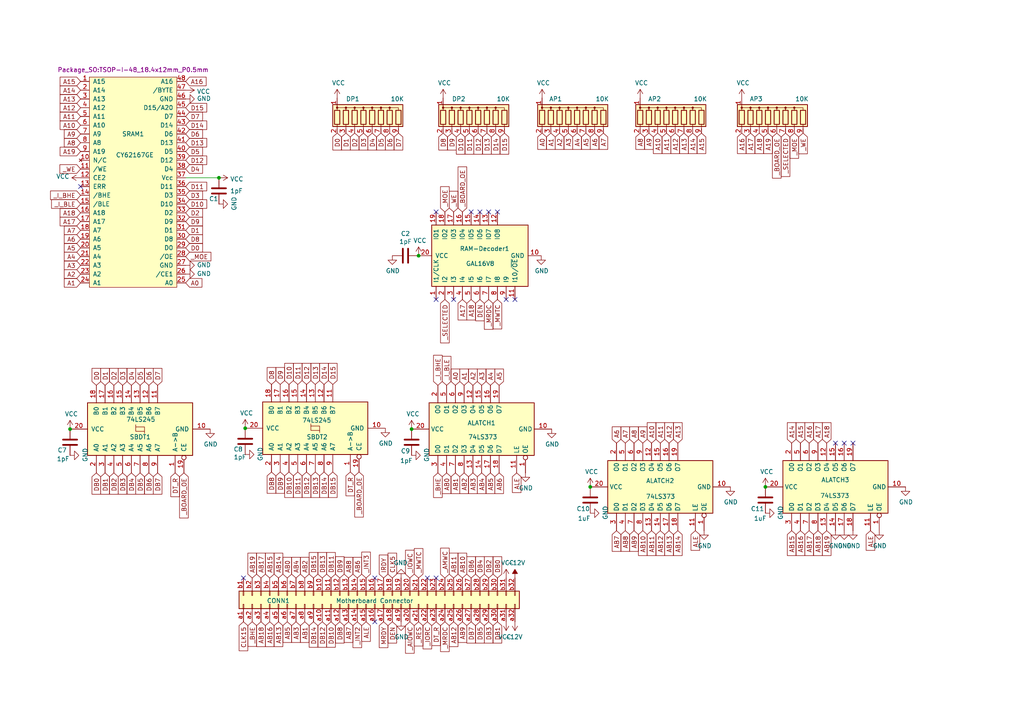
<source format=kicad_sch>
(kicad_sch (version 20231120) (generator "eeschema") (generator_version "8.0")
  (paper "A4")
  (lib_symbols
    (symbol "74xx:74LS245" (pin_names (offset 1.016))
      (property "Reference" "U" (at -7.62 16.51 0))
      (property "Value" "74LS245" (at -7.62 -16.51 0))
      (symbol "74LS245_1_0"
        (pin input line (at -12.7 -10.16 0) (length 5.08) (name "A->B") (number "1"))
        (pin power_in line (at 0 -20.32 90) (length 5.08) (name "GND") (number "10"))
        (pin tri_state line (at 12.7 -5.08 180) (length 5.08) (name "B7") (number "11"))
        (pin tri_state line (at 12.7 -2.54 180) (length 5.08) (name "B6") (number "12"))
        (pin tri_state line (at 12.7 0 180) (length 5.08) (name "B5") (number "13"))
        (pin tri_state line (at 12.7 2.54 180) (length 5.08) (name "B4") (number "14"))
        (pin tri_state line (at 12.7 5.08 180) (length 5.08) (name "B3") (number "15"))
        (pin tri_state line (at 12.7 7.62 180) (length 5.08) (name "B2") (number "16"))
        (pin tri_state line (at 12.7 10.16 180) (length 5.08) (name "B1") (number "17"))
        (pin tri_state line (at 12.7 12.7 180) (length 5.08) (name "B0") (number "18"))
        (pin input inverted (at -12.7 -12.7 0) (length 5.08) (name "CE") (number "19"))
        (pin tri_state line (at -12.7 12.7 0) (length 5.08) (name "A0") (number "2"))
        (pin power_in line (at 0 20.32 270) (length 5.08) (name "VCC") (number "20"))
        (pin tri_state line (at -12.7 10.16 0) (length 5.08) (name "A1") (number "3"))
        (pin tri_state line (at -12.7 7.62 0) (length 5.08) (name "A2") (number "4"))
        (pin tri_state line (at -12.7 5.08 0) (length 5.08) (name "A3") (number "5"))
        (pin tri_state line (at -12.7 2.54 0) (length 5.08) (name "A4") (number "6"))
        (pin tri_state line (at -12.7 0 0) (length 5.08) (name "A5") (number "7"))
        (pin tri_state line (at -12.7 -2.54 0) (length 5.08) (name "A6") (number "8"))
        (pin tri_state line (at -12.7 -5.08 0) (length 5.08) (name "A7") (number "9"))
      )
    )
    (symbol "74xx:74LS373"
      (property "Reference" "U" (at -7.62 16.51 0))
      (property "Value" "74LS373" (at -7.62 -16.51 0))
      (symbol "74LS373_1_0"
        (pin input inverted (at -12.7 -12.7 0) (length 5.08) (name "OE") (number "1"))
        (pin power_in line (at 0 -20.32 90) (length 5.08) (name "GND") (number "10"))
        (pin input line (at -12.7 -10.16 0) (length 5.08) (name "LE") (number "11"))
        (pin tri_state line (at 12.7 2.54 180) (length 5.08) (name "O4") (number "12"))
        (pin input line (at -12.7 2.54 0) (length 5.08) (name "D4") (number "13"))
        (pin input line (at -12.7 0 0) (length 5.08) (name "D5") (number "14"))
        (pin tri_state line (at 12.7 0 180) (length 5.08) (name "O5") (number "15"))
        (pin tri_state line (at 12.7 -2.54 180) (length 5.08) (name "O6") (number "16"))
        (pin input line (at -12.7 -2.54 0) (length 5.08) (name "D6") (number "17"))
        (pin input line (at -12.7 -5.08 0) (length 5.08) (name "D7") (number "18"))
        (pin tri_state line (at 12.7 -5.08 180) (length 5.08) (name "O7") (number "19"))
        (pin tri_state line (at 12.7 12.7 180) (length 5.08) (name "O0") (number "2"))
        (pin power_in line (at 0 20.32 270) (length 5.08) (name "VCC") (number "20"))
        (pin input line (at -12.7 12.7 0) (length 5.08) (name "D0") (number "3"))
        (pin input line (at -12.7 10.16 0) (length 5.08) (name "D1") (number "4"))
        (pin tri_state line (at 12.7 10.16 180) (length 5.08) (name "O1") (number "5"))
        (pin tri_state line (at 12.7 7.62 180) (length 5.08) (name "O2") (number "6"))
        (pin input line (at -12.7 7.62 0) (length 5.08) (name "D2") (number "7"))
        (pin input line (at -12.7 5.08 0) (length 5.08) (name "D3") (number "8"))
        (pin tri_state line (at 12.7 5.08 180) (length 5.08) (name "O3") (number "9"))
      )
    )
    (symbol "Connector_Generic:Conn_02x32_Row_Letter_First" (pin_names (offset 1.016) hide)
      (property "Reference" "J" (at 1.27 40.64 0))
      (property "Value" "Conn_02x32_Row_Letter_First" (at 1.27 -43.18 0))
      (symbol "Conn_02x32_Row_Letter_First_1_1"
        (pin passive line (at -5.08 38.1 0) (length 3.81) (name "Pin_a1") (number "a1"))
        (pin passive line (at -5.08 15.24 0) (length 3.81) (name "Pin_a10") (number "a10"))
        (pin passive line (at -5.08 12.7 0) (length 3.81) (name "Pin_a11") (number "a11"))
        (pin passive line (at -5.08 10.16 0) (length 3.81) (name "Pin_a12") (number "a12"))
        (pin passive line (at -5.08 7.62 0) (length 3.81) (name "Pin_a13") (number "a13"))
        (pin passive line (at -5.08 5.08 0) (length 3.81) (name "Pin_a14") (number "a14"))
        (pin passive line (at -5.08 2.54 0) (length 3.81) (name "Pin_a15") (number "a15"))
        (pin passive line (at -5.08 0 0) (length 3.81) (name "Pin_a16") (number "a16"))
        (pin passive line (at -5.08 -2.54 0) (length 3.81) (name "Pin_a17") (number "a17"))
        (pin passive line (at -5.08 -5.08 0) (length 3.81) (name "Pin_a18") (number "a18"))
        (pin passive line (at -5.08 -7.62 0) (length 3.81) (name "Pin_a19") (number "a19"))
        (pin passive line (at -5.08 35.56 0) (length 3.81) (name "Pin_a2") (number "a2"))
        (pin passive line (at -5.08 -10.16 0) (length 3.81) (name "Pin_a20") (number "a20"))
        (pin passive line (at -5.08 -12.7 0) (length 3.81) (name "Pin_a21") (number "a21"))
        (pin passive line (at -5.08 -15.24 0) (length 3.81) (name "Pin_a22") (number "a22"))
        (pin passive line (at -5.08 -17.78 0) (length 3.81) (name "Pin_a23") (number "a23"))
        (pin passive line (at -5.08 -20.32 0) (length 3.81) (name "Pin_a24") (number "a24"))
        (pin passive line (at -5.08 -22.86 0) (length 3.81) (name "Pin_a25") (number "a25"))
        (pin passive line (at -5.08 -25.4 0) (length 3.81) (name "Pin_a26") (number "a26"))
        (pin passive line (at -5.08 -27.94 0) (length 3.81) (name "Pin_a27") (number "a27"))
        (pin passive line (at -5.08 -30.48 0) (length 3.81) (name "Pin_a28") (number "a28"))
        (pin passive line (at -5.08 -33.02 0) (length 3.81) (name "Pin_a29") (number "a29"))
        (pin passive line (at -5.08 33.02 0) (length 3.81) (name "Pin_a3") (number "a3"))
        (pin passive line (at -5.08 -35.56 0) (length 3.81) (name "Pin_a30") (number "a30"))
        (pin passive line (at -5.08 -38.1 0) (length 3.81) (name "Pin_a31") (number "a31"))
        (pin passive line (at -5.08 -40.64 0) (length 3.81) (name "Pin_a32") (number "a32"))
        (pin passive line (at -5.08 30.48 0) (length 3.81) (name "Pin_a4") (number "a4"))
        (pin passive line (at -5.08 27.94 0) (length 3.81) (name "Pin_a5") (number "a5"))
        (pin passive line (at -5.08 25.4 0) (length 3.81) (name "Pin_a6") (number "a6"))
        (pin passive line (at -5.08 22.86 0) (length 3.81) (name "Pin_a7") (number "a7"))
        (pin passive line (at -5.08 20.32 0) (length 3.81) (name "Pin_a8") (number "a8"))
        (pin passive line (at -5.08 17.78 0) (length 3.81) (name "Pin_a9") (number "a9"))
        (pin passive line (at 7.62 38.1 180) (length 3.81) (name "Pin_b1") (number "b1"))
        (pin passive line (at 7.62 15.24 180) (length 3.81) (name "Pin_b10") (number "b10"))
        (pin passive line (at 7.62 12.7 180) (length 3.81) (name "Pin_b11") (number "b11"))
        (pin passive line (at 7.62 10.16 180) (length 3.81) (name "Pin_b12") (number "b12"))
        (pin passive line (at 7.62 7.62 180) (length 3.81) (name "Pin_b13") (number "b13"))
        (pin passive line (at 7.62 5.08 180) (length 3.81) (name "Pin_b14") (number "b14"))
        (pin passive line (at 7.62 2.54 180) (length 3.81) (name "Pin_b15") (number "b15"))
        (pin passive line (at 7.62 0 180) (length 3.81) (name "Pin_b16") (number "b16"))
        (pin passive line (at 7.62 -2.54 180) (length 3.81) (name "Pin_b17") (number "b17"))
        (pin passive line (at 7.62 -5.08 180) (length 3.81) (name "Pin_b18") (number "b18"))
        (pin passive line (at 7.62 -7.62 180) (length 3.81) (name "Pin_b19") (number "b19"))
        (pin passive line (at 7.62 35.56 180) (length 3.81) (name "Pin_b2") (number "b2"))
        (pin passive line (at 7.62 -10.16 180) (length 3.81) (name "Pin_b20") (number "b20"))
        (pin passive line (at 7.62 -12.7 180) (length 3.81) (name "Pin_b21") (number "b21"))
        (pin passive line (at 7.62 -15.24 180) (length 3.81) (name "Pin_b22") (number "b22"))
        (pin passive line (at 7.62 -17.78 180) (length 3.81) (name "Pin_b23") (number "b23"))
        (pin passive line (at 7.62 -20.32 180) (length 3.81) (name "Pin_b24") (number "b24"))
        (pin passive line (at 7.62 -22.86 180) (length 3.81) (name "Pin_b25") (number "b25"))
        (pin passive line (at 7.62 -25.4 180) (length 3.81) (name "Pin_b26") (number "b26"))
        (pin passive line (at 7.62 -27.94 180) (length 3.81) (name "Pin_b27") (number "b27"))
        (pin passive line (at 7.62 -30.48 180) (length 3.81) (name "Pin_b28") (number "b28"))
        (pin passive line (at 7.62 -33.02 180) (length 3.81) (name "Pin_b29") (number "b29"))
        (pin passive line (at 7.62 33.02 180) (length 3.81) (name "Pin_b3") (number "b3"))
        (pin passive line (at 7.62 -35.56 180) (length 3.81) (name "Pin_b30") (number "b30"))
        (pin passive line (at 7.62 -38.1 180) (length 3.81) (name "Pin_b31") (number "b31"))
        (pin passive line (at 7.62 -40.64 180) (length 3.81) (name "Pin_b32") (number "b32"))
        (pin passive line (at 7.62 30.48 180) (length 3.81) (name "Pin_b4") (number "b4"))
        (pin passive line (at 7.62 27.94 180) (length 3.81) (name "Pin_b5") (number "b5"))
        (pin passive line (at 7.62 25.4 180) (length 3.81) (name "Pin_b6") (number "b6"))
        (pin passive line (at 7.62 22.86 180) (length 3.81) (name "Pin_b7") (number "b7"))
        (pin passive line (at 7.62 20.32 180) (length 3.81) (name "Pin_b8") (number "b8"))
        (pin passive line (at 7.62 17.78 180) (length 3.81) (name "Pin_b9") (number "b9"))
      )
    )
    (symbol "Device:C" (pin_numbers hide) (pin_names (offset 0.254))
      (property "Reference" "C" (at 0.635 2.54 0))
      (property "Value" "C" (at 0.635 -2.54 0))
      (symbol "C_1_1"
        (pin passive line (at 0 3.81 270) (length 2.794) (name "~") (number "1"))
        (pin passive line (at 0 -3.81 90) (length 2.794) (name "~") (number "2"))
      )
    )
    (symbol "Device:R_Network08" (pin_names (offset 0) hide)
      (property "Reference" "RN" (at -12.7 0 90))
      (property "Value" "R_Network08" (at 10.16 0 90))
      (symbol "R_Network08_1_1"
        (pin passive line (at -10.16 5.08 270) (length 2.54) (name "common") (number "1"))
        (pin passive line (at -10.16 -5.08 90) (length 1.27) (name "R1") (number "2"))
        (pin passive line (at -7.62 -5.08 90) (length 1.27) (name "R2") (number "3"))
        (pin passive line (at -5.08 -5.08 90) (length 1.27) (name "R3") (number "4"))
        (pin passive line (at -2.54 -5.08 90) (length 1.27) (name "R4") (number "5"))
        (pin passive line (at 0 -5.08 90) (length 1.27) (name "R5") (number "6"))
        (pin passive line (at 2.54 -5.08 90) (length 1.27) (name "R6") (number "7"))
        (pin passive line (at 5.08 -5.08 90) (length 1.27) (name "R7") (number "8"))
        (pin passive line (at 7.62 -5.08 90) (length 1.27) (name "R8") (number "9"))
      )
    )
    (symbol "Logic_Programmable:GAL16V8" (pin_names (offset 1.016))
      (property "Reference" "U" (at -8.89 16.51 0))
      (property "Value" "GAL16V8" (at 1.27 16.51 0))
      (symbol "GAL16V8_0_0"
        (pin power_in line (at 0 -17.78 90) (length 3.81) (name "GND") (number "10"))
        (pin power_in line (at 0 17.78 270) (length 3.81) (name "VCC") (number "20"))
      )
      (symbol "GAL16V8_1_1"
        (pin input line (at -12.7 12.7 0) (length 3.81) (name "I1/CLK") (number "1"))
        (pin input line (at -12.7 -10.16 0) (length 3.81) (name "I10/~{OE}") (number "11"))
        (pin tri_state line (at 12.7 -5.08 180) (length 3.81) (name "IO8") (number "12"))
        (pin tri_state line (at 12.7 -2.54 180) (length 3.81) (name "IO7") (number "13"))
        (pin tri_state line (at 12.7 0 180) (length 3.81) (name "IO6") (number "14"))
        (pin tri_state line (at 12.7 2.54 180) (length 3.81) (name "IO5") (number "15"))
        (pin tri_state line (at 12.7 5.08 180) (length 3.81) (name "IO4") (number "16"))
        (pin tri_state line (at 12.7 7.62 180) (length 3.81) (name "I03") (number "17"))
        (pin tri_state line (at 12.7 10.16 180) (length 3.81) (name "IO2") (number "18"))
        (pin tri_state line (at 12.7 12.7 180) (length 3.81) (name "IO1") (number "19"))
        (pin input line (at -12.7 10.16 0) (length 3.81) (name "I2") (number "2"))
        (pin input line (at -12.7 7.62 0) (length 3.81) (name "I3") (number "3"))
        (pin input line (at -12.7 5.08 0) (length 3.81) (name "I4") (number "4"))
        (pin input line (at -12.7 2.54 0) (length 3.81) (name "I5") (number "5"))
        (pin input line (at -12.7 0 0) (length 3.81) (name "I6") (number "6"))
        (pin input line (at -12.7 -2.54 0) (length 3.81) (name "I7") (number "7"))
        (pin input line (at -12.7 -5.08 0) (length 3.81) (name "I8") (number "8"))
        (pin input line (at -12.7 -7.62 0) (length 3.81) (name "I9") (number "9"))
      )
    )
    (symbol "SRAM:CY62167GE" (pin_names (offset 1.016))
      (property "Reference" "U" (at 11.43 20.32 0))
      (property "Value" "CY62167GE" (at -2.54 -13.97 90))
      (property "Footprint" "Package_SO:TSOP-I-48_18.4x12mm_P0.5mm" (at 2.54 -12.7 90))
      (symbol "CY62167GE_0_0"
        (pin input line (at -15.24 15.24 0) (length 2.54) (name "A15") (number "1"))
        (pin no_connect line (at -15.24 -7.62 0) (length 2.54) (name "N/C") (number "10"))
        (pin input line (at -15.24 -10.16 0) (length 2.54) (name "/WE") (number "11"))
        (pin input line (at -15.24 -12.7 0) (length 2.54) (name "CE2") (number "12"))
        (pin output line (at -15.24 -15.24 0) (length 2.54) (name "ERR") (number "13"))
        (pin input line (at -15.24 -17.78 0) (length 2.54) (name "/BHE") (number "14"))
        (pin input line (at -15.24 -20.32 0) (length 2.54) (name "/BLE") (number "15"))
        (pin input line (at -15.24 -22.86 0) (length 2.54) (name "A18") (number "16"))
        (pin input line (at -15.24 -25.4 0) (length 2.54) (name "A17") (number "17"))
        (pin input line (at -15.24 -27.94 0) (length 2.54) (name "A7") (number "18"))
        (pin input line (at -15.24 -30.48 0) (length 2.54) (name "A6") (number "19"))
        (pin input line (at -15.24 12.7 0) (length 2.54) (name "A14") (number "2"))
        (pin input line (at -15.24 -33.02 0) (length 2.54) (name "A5") (number "20"))
        (pin input line (at -15.24 -35.56 0) (length 2.54) (name "A4") (number "21"))
        (pin input line (at -15.24 -38.1 0) (length 2.54) (name "A3") (number "22"))
        (pin input line (at -15.24 -40.64 0) (length 2.54) (name "A2") (number "23"))
        (pin input line (at -15.24 -43.18 0) (length 2.54) (name "A1") (number "24"))
        (pin input line (at 15.24 -43.18 180) (length 2.54) (name "A0") (number "25"))
        (pin input line (at 15.24 -40.64 180) (length 2.54) (name "/CE1") (number "26"))
        (pin passive line (at 15.24 -38.1 180) (length 2.54) (name "GND") (number "27"))
        (pin input line (at 15.24 -35.56 180) (length 2.54) (name "/OE") (number "28"))
        (pin bidirectional line (at 15.24 -33.02 180) (length 2.54) (name "D0") (number "29"))
        (pin input line (at -15.24 10.16 0) (length 2.54) (name "A13") (number "3"))
        (pin bidirectional line (at 15.24 -30.48 180) (length 2.54) (name "D8") (number "30"))
        (pin bidirectional line (at 15.24 -27.94 180) (length 2.54) (name "D1") (number "31"))
        (pin bidirectional line (at 15.24 -25.4 180) (length 2.54) (name "D9") (number "32"))
        (pin bidirectional line (at 15.24 -22.86 180) (length 2.54) (name "D2") (number "33"))
        (pin bidirectional line (at 15.24 -20.32 180) (length 2.54) (name "D10") (number "34"))
        (pin bidirectional line (at 15.24 -17.78 180) (length 2.54) (name "D3") (number "35"))
        (pin bidirectional line (at 15.24 -15.24 180) (length 2.54) (name "D11") (number "36"))
        (pin power_in line (at 15.24 -12.7 180) (length 2.54) (name "Vcc") (number "37"))
        (pin bidirectional line (at 15.24 -10.16 180) (length 2.54) (name "D4") (number "38"))
        (pin bidirectional line (at 15.24 -7.62 180) (length 2.54) (name "D12") (number "39"))
        (pin input line (at -15.24 7.62 0) (length 2.54) (name "A12") (number "4"))
        (pin bidirectional line (at 15.24 -5.08 180) (length 2.54) (name "D5") (number "40"))
        (pin bidirectional line (at 15.24 -2.54 180) (length 2.54) (name "D13") (number "41"))
        (pin bidirectional line (at 15.24 0 180) (length 2.54) (name "D6") (number "42"))
        (pin bidirectional line (at 15.24 2.54 180) (length 2.54) (name "D14") (number "43"))
        (pin bidirectional line (at 15.24 5.08 180) (length 2.54) (name "D7") (number "44"))
        (pin bidirectional line (at 15.24 7.62 180) (length 2.54) (name "D15/A20") (number "45"))
        (pin passive line (at 15.24 10.16 180) (length 2.54) (name "GND") (number "46"))
        (pin input line (at 15.24 12.7 180) (length 2.54) (name "/BYTE") (number "47"))
        (pin input line (at 15.24 15.24 180) (length 2.54) (name "A16") (number "48"))
        (pin input line (at -15.24 5.08 0) (length 2.54) (name "A11") (number "5"))
        (pin input line (at -15.24 2.54 0) (length 2.54) (name "A10") (number "6"))
        (pin input line (at -15.24 0 0) (length 2.54) (name "A9") (number "7"))
        (pin input line (at -15.24 -2.54 0) (length 2.54) (name "A8") (number "8"))
        (pin input line (at -15.24 -5.08 0) (length 2.54) (name "A19") (number "9"))
      )
    )
    (symbol "power:+12V" (power) (pin_names (offset 0))
      (property "Value" "+12V" (at 0 3.556 0))
      (symbol "+12V_1_1"
        (pin power_in line (at 0 0 90) (length 0) hide (name "+12V") (number "1"))
      )
    )
    (symbol "power:-12V" (power) (pin_names (offset 0))
      (property "Value" "-12V" (at 0 3.81 0))
      (symbol "-12V_0_0"
        (pin power_in line (at 0 0 90) (length 0) hide (name "-12V") (number "1"))
      )
    )
    (symbol "power:GND" (power) (pin_names (offset 0))
      (property "Value" "GND" (at 0 -3.81 0))
      (symbol "GND_1_1"
        (pin power_in line (at 0 0 270) (length 0) hide (name "GND") (number "1"))
      )
    )
    (symbol "power:VCC" (power) (pin_names (offset 0))
      (property "Value" "VCC" (at 0 3.81 0))
      (symbol "VCC_1_1"
        (pin power_in line (at 0 0 90) (length 0) hide (name "VCC") (number "1"))
      )
    )
  )
  (junction (at 121.412 74.168))
  (junction (at 119.38 124.46))
  (junction (at 63.5 51.562))
  (junction (at 221.996 141.224))
  (junction (at 171.196 141.224))
  (junction (at 20.32 124.46))
  (junction (at 71.12 124.206))
  (no_connect (at 247.396 128.524))
  (no_connect (at 242.316 128.524))
  (no_connect (at 126.492 61.468))
  (no_connect (at 139.192 61.468))
  (no_connect (at 146.812 86.868))
  (no_connect (at 126.492 86.868))
  (no_connect (at 126.492 167.64))
  (no_connect (at 144.272 61.468))
  (no_connect (at 23.368 54.102))
  (no_connect (at 108.712 167.64))
  (no_connect (at 136.652 61.468))
  (no_connect (at 108.712 180.34))
  (no_connect (at 131.572 86.868))
  (no_connect (at 123.952 167.64))
  (no_connect (at 70.612 167.64))
  (no_connect (at 244.856 128.524))
  (no_connect (at 141.732 61.468))
  (no_connect (at 149.352 86.868))
  (wire (pts (xy 63.5 51.562) (xy 53.848 51.562)))
  (global_label "A9" (shape input) (at 186.436 128.524 90) (property "Intersheetrefs" "${INTERSHEET_REFS}" (effects (hide yes))))
  (global_label "_BOARD_OE" (shape input) (at 53.34 137.16 270) (property "Intersheetrefs" "${INTERSHEET_REFS}" (effects (hide yes))))
  (global_label "DB9" (shape input) (at 81.28 136.906 270) (property "Intersheetrefs" "${INTERSHEET_REFS}" (effects (hide yes))))
  (global_label "AB19" (shape input) (at 73.152 167.64 90) (property "Intersheetrefs" "${INTERSHEET_REFS}" (effects (hide yes))))
  (global_label "_SELECTED" (shape input) (at 227.838 38.608 270) (property "Intersheetrefs" "${INTERSHEET_REFS}" (effects (hide yes))))
  (global_label "D12" (shape input) (at 138.684 38.608 270) (property "Intersheetrefs" "${INTERSHEET_REFS}" (effects (hide yes))))
  (global_label "AB14" (shape input) (at 196.596 153.924 270) (property "Intersheetrefs" "${INTERSHEET_REFS}" (effects (hide yes))))
  (global_label "D15" (shape input) (at 96.52 111.506 90) (property "Intersheetrefs" "${INTERSHEET_REFS}" (effects (hide yes))))
  (global_label "AB2" (shape input) (at 88.392 167.64 90) (property "Intersheetrefs" "${INTERSHEET_REFS}" (effects (hide yes))))
  (global_label "_MOE" (shape input) (at 230.378 38.608 270) (property "Intersheetrefs" "${INTERSHEET_REFS}" (effects (hide yes))))
  (global_label "D10" (shape input) (at 53.848 59.182 0) (property "Intersheetrefs" "${INTERSHEET_REFS}" (effects (hide yes))))
  (global_label "DB1" (shape input) (at 144.272 180.34 270) (property "Intersheetrefs" "${INTERSHEET_REFS}" (effects (hide yes))))
  (global_label "A3" (shape input) (at 139.7 111.76 90) (property "Intersheetrefs" "${INTERSHEET_REFS}" (effects (hide yes))))
  (global_label "A8" (shape input) (at 183.896 128.524 90) (property "Intersheetrefs" "${INTERSHEET_REFS}" (effects (hide yes))))
  (global_label "A18" (shape input) (at 239.776 128.524 90) (property "Intersheetrefs" "${INTERSHEET_REFS}" (effects (hide yes))))
  (global_label "A3" (shape input) (at 164.846 38.608 270) (property "Intersheetrefs" "${INTERSHEET_REFS}" (effects (hide yes))))
  (global_label "A12" (shape input) (at 195.834 38.608 270) (property "Intersheetrefs" "${INTERSHEET_REFS}" (effects (hide yes))))
  (global_label "A5" (shape input) (at 169.926 38.608 270) (property "Intersheetrefs" "${INTERSHEET_REFS}" (effects (hide yes))))
  (global_label "AB10" (shape input) (at 186.436 153.924 270) (property "Intersheetrefs" "${INTERSHEET_REFS}" (effects (hide yes))))
  (global_label "AB11" (shape input) (at 131.572 167.64 90) (property "Intersheetrefs" "${INTERSHEET_REFS}" (effects (hide yes))))
  (global_label "D5" (shape input) (at 40.64 111.76 90) (property "Intersheetrefs" "${INTERSHEET_REFS}" (effects (hide yes))))
  (global_label "DB8" (shape input) (at 98.552 180.34 270) (property "Intersheetrefs" "${INTERSHEET_REFS}" (effects (hide yes))))
  (global_label "D9" (shape input) (at 81.28 111.506 90) (property "Intersheetrefs" "${INTERSHEET_REFS}" (effects (hide yes))))
  (global_label "_RES" (shape input) (at 121.412 180.34 270) (property "Intersheetrefs" "${INTERSHEET_REFS}" (effects (hide yes))))
  (global_label "D9" (shape input) (at 131.064 38.608 270) (property "Intersheetrefs" "${INTERSHEET_REFS}" (effects (hide yes))))
  (global_label "DB12" (shape input) (at 93.472 180.34 270) (property "Intersheetrefs" "${INTERSHEET_REFS}" (effects (hide yes))))
  (global_label "A18" (shape input) (at 220.218 38.608 270) (property "Intersheetrefs" "${INTERSHEET_REFS}" (effects (hide yes))))
  (global_label "AB0" (shape input) (at 129.54 137.16 270) (property "Intersheetrefs" "${INTERSHEET_REFS}" (effects (hide yes))))
  (global_label "A18" (shape input) (at 136.652 86.868 270) (property "Intersheetrefs" "${INTERSHEET_REFS}" (effects (hide yes))))
  (global_label "A8" (shape input) (at 23.368 41.402 180) (property "Intersheetrefs" "${INTERSHEET_REFS}" (effects (hide yes))))
  (global_label "A15" (shape input) (at 23.368 23.622 180) (property "Intersheetrefs" "${INTERSHEET_REFS}" (effects (hide yes))))
  (global_label "D8" (shape input) (at 78.74 111.506 90) (property "Intersheetrefs" "${INTERSHEET_REFS}" (effects (hide yes))))
  (global_label "AB3" (shape input) (at 137.16 137.16 270) (property "Intersheetrefs" "${INTERSHEET_REFS}" (effects (hide yes))))
  (global_label "D7" (shape input) (at 53.848 33.782 0) (property "Intersheetrefs" "${INTERSHEET_REFS}" (effects (hide yes))))
  (global_label "A14" (shape input) (at 23.368 26.162 180) (property "Intersheetrefs" "${INTERSHEET_REFS}" (effects (hide yes))))
  (global_label "AB4" (shape input) (at 85.852 167.64 90) (property "Intersheetrefs" "${INTERSHEET_REFS}" (effects (hide yes))))
  (global_label "_WE" (shape input) (at 23.368 49.022 180) (property "Intersheetrefs" "${INTERSHEET_REFS}" (effects (hide yes))))
  (global_label "A6" (shape input) (at 23.368 69.342 180) (property "Intersheetrefs" "${INTERSHEET_REFS}" (effects (hide yes))))
  (global_label "DB4" (shape input) (at 139.192 167.64 90) (property "Intersheetrefs" "${INTERSHEET_REFS}" (effects (hide yes))))
  (global_label "AB16" (shape input) (at 232.156 153.924 270) (property "Intersheetrefs" "${INTERSHEET_REFS}" (effects (hide yes))))
  (global_label "DB2" (shape input) (at 141.732 167.64 90) (property "Intersheetrefs" "${INTERSHEET_REFS}" (effects (hide yes))))
  (global_label "_WE" (shape input) (at 131.572 61.468 90) (property "Intersheetrefs" "${INTERSHEET_REFS}" (effects (hide yes))))
  (global_label "DB6" (shape input) (at 136.652 167.64 90) (property "Intersheetrefs" "${INTERSHEET_REFS}" (effects (hide yes))))
  (global_label "D15" (shape input) (at 146.304 38.608 270) (property "Intersheetrefs" "${INTERSHEET_REFS}" (effects (hide yes))))
  (global_label "DT_R" (shape input) (at 101.6 136.906 270) (property "Intersheetrefs" "${INTERSHEET_REFS}" (effects (hide yes))))
  (global_label "D6" (shape input) (at 53.848 38.862 0) (property "Intersheetrefs" "${INTERSHEET_REFS}" (effects (hide yes))))
  (global_label "AB11" (shape input) (at 188.976 153.924 270) (property "Intersheetrefs" "${INTERSHEET_REFS}" (effects (hide yes))))
  (global_label "D8" (shape input) (at 128.524 38.608 270) (property "Intersheetrefs" "${INTERSHEET_REFS}" (effects (hide yes))))
  (global_label "DB12" (shape input) (at 88.9 136.906 270) (property "Intersheetrefs" "${INTERSHEET_REFS}" (effects (hide yes))))
  (global_label "A12" (shape input) (at 194.056 128.524 90) (property "Intersheetrefs" "${INTERSHEET_REFS}" (effects (hide yes))))
  (global_label "A16" (shape input) (at 234.696 128.524 90) (property "Intersheetrefs" "${INTERSHEET_REFS}" (effects (hide yes))))
  (global_label "D4" (shape input) (at 53.848 49.022 0) (property "Intersheetrefs" "${INTERSHEET_REFS}" (effects (hide yes))))
  (global_label "D7" (shape input) (at 45.72 111.76 90) (property "Intersheetrefs" "${INTERSHEET_REFS}" (effects (hide yes))))
  (global_label "AB14" (shape input) (at 80.772 167.64 90) (property "Intersheetrefs" "${INTERSHEET_REFS}" (effects (hide yes))))
  (global_label "A1" (shape input) (at 159.766 38.608 270) (property "Intersheetrefs" "${INTERSHEET_REFS}" (effects (hide yes))))
  (global_label "AB6" (shape input) (at 103.632 167.64 90) (property "Intersheetrefs" "${INTERSHEET_REFS}" (effects (hide yes))))
  (global_label "D13" (shape input) (at 141.224 38.608 270) (property "Intersheetrefs" "${INTERSHEET_REFS}" (effects (hide yes))))
  (global_label "IRDY" (shape input) (at 111.252 167.64 90) (property "Intersheetrefs" "${INTERSHEET_REFS}" (effects (hide yes))))
  (global_label "D5" (shape input) (at 110.49 38.608 270) (property "Intersheetrefs" "${INTERSHEET_REFS}" (effects (hide yes))))
  (global_label "A15" (shape input) (at 203.454 38.608 270) (property "Intersheetrefs" "${INTERSHEET_REFS}" (effects (hide yes))))
  (global_label "A17" (shape input) (at 237.236 128.524 90) (property "Intersheetrefs" "${INTERSHEET_REFS}" (effects (hide yes))))
  (global_label "AB5" (shape input) (at 142.24 137.16 270) (property "Intersheetrefs" "${INTERSHEET_REFS}" (effects (hide yes))))
  (global_label "_BHE" (shape input) (at 127 137.16 270) (property "Intersheetrefs" "${INTERSHEET_REFS}" (effects (hide yes))))
  (global_label "AB0" (shape input) (at 83.312 167.64 90) (property "Intersheetrefs" "${INTERSHEET_REFS}" (effects (hide yes))))
  (global_label "A11" (shape input) (at 193.294 38.608 270) (property "Intersheetrefs" "${INTERSHEET_REFS}" (effects (hide yes))))
  (global_label "CLK5" (shape input) (at 113.792 167.64 90) (property "Intersheetrefs" "${INTERSHEET_REFS}" (effects (hide yes))))
  (global_label "A7" (shape input) (at 23.368 66.802 180) (property "Intersheetrefs" "${INTERSHEET_REFS}" (effects (hide yes))))
  (global_label "D3" (shape input) (at 35.56 111.76 90) (property "Intersheetrefs" "${INTERSHEET_REFS}" (effects (hide yes))))
  (global_label "D6" (shape input) (at 113.03 38.608 270) (property "Intersheetrefs" "${INTERSHEET_REFS}" (effects (hide yes))))
  (global_label "A17" (shape input) (at 217.678 38.608 270) (property "Intersheetrefs" "${INTERSHEET_REFS}" (effects (hide yes))))
  (global_label "A5" (shape input) (at 23.368 71.882 180) (property "Intersheetrefs" "${INTERSHEET_REFS}" (effects (hide yes))))
  (global_label "D7" (shape input) (at 115.57 38.608 270) (property "Intersheetrefs" "${INTERSHEET_REFS}" (effects (hide yes))))
  (global_label "_INT2" (shape input) (at 103.632 180.34 270) (property "Intersheetrefs" "${INTERSHEET_REFS}" (effects (hide yes))))
  (global_label "AB16" (shape input) (at 78.232 180.34 270) (property "Intersheetrefs" "${INTERSHEET_REFS}" (effects (hide yes))))
  (global_label "_MOE" (shape input) (at 53.848 74.422 0) (property "Intersheetrefs" "${INTERSHEET_REFS}" (effects (hide yes))))
  (global_label "_MRDC" (shape input) (at 141.732 86.868 270) (property "Intersheetrefs" "${INTERSHEET_REFS}" (effects (hide yes))))
  (global_label "DB14" (shape input) (at 90.932 180.34 270) (property "Intersheetrefs" "${INTERSHEET_REFS}" (effects (hide yes))))
  (global_label "ALE" (shape input) (at 201.676 153.924 270) (property "Intersheetrefs" "${INTERSHEET_REFS}" (effects (hide yes))))
  (global_label "A12" (shape input) (at 23.368 31.242 180) (property "Intersheetrefs" "${INTERSHEET_REFS}" (effects (hide yes))))
  (global_label "D0" (shape input) (at 97.79 38.608 270) (property "Intersheetrefs" "${INTERSHEET_REFS}" (effects (hide yes))))
  (global_label "_MWTC" (shape input) (at 121.412 167.64 90) (property "Intersheetrefs" "${INTERSHEET_REFS}" (effects (hide yes))))
  (global_label "DB2" (shape input) (at 33.02 137.16 270) (property "Intersheetrefs" "${INTERSHEET_REFS}" (effects (hide yes))))
  (global_label "DB13" (shape input) (at 91.44 136.906 270) (property "Intersheetrefs" "${INTERSHEET_REFS}" (effects (hide yes))))
  (global_label "D13" (shape input) (at 53.848 41.402 0) (property "Intersheetrefs" "${INTERSHEET_REFS}" (effects (hide yes))))
  (global_label "D3" (shape input) (at 105.41 38.608 270) (property "Intersheetrefs" "${INTERSHEET_REFS}" (effects (hide yes))))
  (global_label "D15" (shape input) (at 53.848 31.242 0) (property "Intersheetrefs" "${INTERSHEET_REFS}" (effects (hide yes))))
  (global_label "A17" (shape input) (at 23.368 64.262 180) (property "Intersheetrefs" "${INTERSHEET_REFS}" (effects (hide yes))))
  (global_label "DB7" (shape input) (at 45.72 137.16 270) (property "Intersheetrefs" "${INTERSHEET_REFS}" (effects (hide yes))))
  (global_label "A6" (shape input) (at 178.816 128.524 90) (property "Intersheetrefs" "${INTERSHEET_REFS}" (effects (hide yes))))
  (global_label "AB4" (shape input) (at 139.7 137.16 270) (property "Intersheetrefs" "${INTERSHEET_REFS}" (effects (hide yes))))
  (global_label "A14" (shape input) (at 200.914 38.608 270) (property "Intersheetrefs" "${INTERSHEET_REFS}" (effects (hide yes))))
  (global_label "AB8" (shape input) (at 101.092 167.64 90) (property "Intersheetrefs" "${INTERSHEET_REFS}" (effects (hide yes))))
  (global_label "A11" (shape input) (at 191.516 128.524 90) (property "Intersheetrefs" "${INTERSHEET_REFS}" (effects (hide yes))))
  (global_label "AB1" (shape input) (at 88.392 180.34 270) (property "Intersheetrefs" "${INTERSHEET_REFS}" (effects (hide yes))))
  (global_label "DB3" (shape input) (at 141.732 180.34 270) (property "Intersheetrefs" "${INTERSHEET_REFS}" (effects (hide yes))))
  (global_label "DEN" (shape input) (at 113.792 180.34 270) (property "Intersheetrefs" "${INTERSHEET_REFS}" (effects (hide yes))))
  (global_label "D14" (shape input) (at 143.764 38.608 270) (property "Intersheetrefs" "${INTERSHEET_REFS}" (effects (hide yes))))
  (global_label "A16" (shape input) (at 53.848 23.622 0) (property "Intersheetrefs" "${INTERSHEET_REFS}" (effects (hide yes))))
  (global_label "A10" (shape input) (at 188.976 128.524 90) (property "Intersheetrefs" "${INTERSHEET_REFS}" (effects (hide yes))))
  (global_label "A15" (shape input) (at 232.156 128.524 90) (property "Intersheetrefs" "${INTERSHEET_REFS}" (effects (hide yes))))
  (global_label "D10" (shape input) (at 133.604 38.608 270) (property "Intersheetrefs" "${INTERSHEET_REFS}" (effects (hide yes))))
  (global_label "D10" (shape input) (at 83.82 111.506 90) (property "Intersheetrefs" "${INTERSHEET_REFS}" (effects (hide yes))))
  (global_label "D12" (shape input) (at 53.848 46.482 0) (property "Intersheetrefs" "${INTERSHEET_REFS}" (effects (hide yes))))
  (global_label "DB4" (shape input) (at 38.1 137.16 270) (property "Intersheetrefs" "${INTERSHEET_REFS}" (effects (hide yes))))
  (global_label "A9" (shape input) (at 23.368 38.862 180) (property "Intersheetrefs" "${INTERSHEET_REFS}" (effects (hide yes))))
  (global_label "AB5" (shape input) (at 83.312 180.34 270) (property "Intersheetrefs" "${INTERSHEET_REFS}" (effects (hide yes))))
  (global_label "DB11" (shape input) (at 96.012 167.64 90) (property "Intersheetrefs" "${INTERSHEET_REFS}" (effects (hide yes))))
  (global_label "D0" (shape input) (at 27.94 111.76 90) (property "Intersheetrefs" "${INTERSHEET_REFS}" (effects (hide yes))))
  (global_label "A19" (shape input) (at 23.368 43.942 180) (property "Intersheetrefs" "${INTERSHEET_REFS}" (effects (hide yes))))
  (global_label "_BHE" (shape input) (at 73.152 180.34 270) (property "Intersheetrefs" "${INTERSHEET_REFS}" (effects (hide yes))))
  (global_label "D11" (shape input) (at 53.848 54.102 0) (property "Intersheetrefs" "${INTERSHEET_REFS}" (effects (hide yes))))
  (global_label "A13" (shape input) (at 198.374 38.608 270) (property "Intersheetrefs" "${INTERSHEET_REFS}" (effects (hide yes))))
  (global_label "AB12" (shape input) (at 191.516 153.924 270) (property "Intersheetrefs" "${INTERSHEET_REFS}" (effects (hide yes))))
  (global_label "D1" (shape input) (at 30.48 111.76 90) (property "Intersheetrefs" "${INTERSHEET_REFS}" (effects (hide yes))))
  (global_label "ALE" (shape input) (at 106.172 180.34 270) (property "Intersheetrefs" "${INTERSHEET_REFS}" (effects (hide yes))))
  (global_label "A19" (shape input) (at 222.758 38.608 270) (property "Intersheetrefs" "${INTERSHEET_REFS}" (effects (hide yes))))
  (global_label "ALE" (shape input) (at 252.476 153.924 270) (property "Intersheetrefs" "${INTERSHEET_REFS}" (effects (hide yes))))
  (global_label "AB9" (shape input) (at 183.896 153.924 270) (property "Intersheetrefs" "${INTERSHEET_REFS}" (effects (hide yes))))
  (global_label "A11" (shape input) (at 23.368 33.782 180) (property "Intersheetrefs" "${INTERSHEET_REFS}" (effects (hide yes))))
  (global_label "_I_BLE" (shape input) (at 129.54 111.76 90) (property "Intersheetrefs" "${INTERSHEET_REFS}" (effects (hide yes))))
  (global_label "_IORC" (shape input) (at 123.952 180.34 270) (property "Intersheetrefs" "${INTERSHEET_REFS}" (effects (hide yes))))
  (global_label "_INT3" (shape input) (at 106.172 167.64 90) (property "Intersheetrefs" "${INTERSHEET_REFS}" (effects (hide yes))))
  (global_label "AB15" (shape input) (at 229.616 153.924 270) (property "Intersheetrefs" "${INTERSHEET_REFS}" (effects (hide yes))))
  (global_label "D11" (shape input) (at 136.144 38.608 270) (property "Intersheetrefs" "${INTERSHEET_REFS}" (effects (hide yes))))
  (global_label "DB10" (shape input) (at 96.012 180.34 270) (property "Intersheetrefs" "${INTERSHEET_REFS}" (effects (hide yes))))
  (global_label "A8" (shape input) (at 185.674 38.608 270) (property "Intersheetrefs" "${INTERSHEET_REFS}" (effects (hide yes))))
  (global_label "D1" (shape input) (at 53.848 66.802 0) (property "Intersheetrefs" "${INTERSHEET_REFS}" (effects (hide yes))))
  (global_label "A10" (shape input) (at 23.368 36.322 180) (property "Intersheetrefs" "${INTERSHEET_REFS}" (effects (hide yes))))
  (global_label "AB19" (shape input) (at 239.776 153.924 270) (property "Intersheetrefs" "${INTERSHEET_REFS}" (effects (hide yes))))
  (global_label "_BOARD_OE" (shape input) (at 134.112 61.468 90) (property "Intersheetrefs" "${INTERSHEET_REFS}" (effects (hide yes))))
  (global_label "A2" (shape input) (at 137.16 111.76 90) (property "Intersheetrefs" "${INTERSHEET_REFS}" (effects (hide yes))))
  (global_label "A5" (shape input) (at 144.78 111.76 90) (property "Intersheetrefs" "${INTERSHEET_REFS}" (effects (hide yes))))
  (global_label "D13" (shape input) (at 91.44 111.506 90) (property "Intersheetrefs" "${INTERSHEET_REFS}" (effects (hide yes))))
  (global_label "A7" (shape input) (at 181.356 128.524 90) (property "Intersheetrefs" "${INTERSHEET_REFS}" (effects (hide yes))))
  (global_label "DB6" (shape input) (at 43.18 137.16 270) (property "Intersheetrefs" "${INTERSHEET_REFS}" (effects (hide yes))))
  (global_label "AB17" (shape input) (at 75.692 167.64 90) (property "Intersheetrefs" "${INTERSHEET_REFS}" (effects (hide yes))))
  (global_label "DT_R" (shape input) (at 50.8 137.16 270) (property "Intersheetrefs" "${INTERSHEET_REFS}" (effects (hide yes))))
  (global_label "A4" (shape input) (at 167.386 38.608 270) (property "Intersheetrefs" "${INTERSHEET_REFS}" (effects (hide yes))))
  (global_label "AB12" (shape input) (at 131.572 180.34 270) (property "Intersheetrefs" "${INTERSHEET_REFS}" (effects (hide yes))))
  (global_label "AB3" (shape input) (at 85.852 180.34 270) (property "Intersheetrefs" "${INTERSHEET_REFS}" (effects (hide yes))))
  (global_label "AB7" (shape input) (at 178.816 153.924 270) (property "Intersheetrefs" "${INTERSHEET_REFS}" (effects (hide yes))))
  (global_label "D0" (shape input) (at 53.848 71.882 0) (property "Intersheetrefs" "${INTERSHEET_REFS}" (effects (hide yes))))
  (global_label "A4" (shape input) (at 23.368 74.422 180) (property "Intersheetrefs" "${INTERSHEET_REFS}" (effects (hide yes))))
  (global_label "D2" (shape input) (at 102.87 38.608 270) (property "Intersheetrefs" "${INTERSHEET_REFS}" (effects (hide yes))))
  (global_label "A7" (shape input) (at 175.006 38.608 270) (property "Intersheetrefs" "${INTERSHEET_REFS}" (effects (hide yes))))
  (global_label "AB9" (shape input) (at 134.112 180.34 270) (property "Intersheetrefs" "${INTERSHEET_REFS}" (effects (hide yes))))
  (global_label "D4" (shape input) (at 107.95 38.608 270) (property "Intersheetrefs" "${INTERSHEET_REFS}" (effects (hide yes))))
  (global_label "AB17" (shape input) (at 234.696 153.924 270) (property "Intersheetrefs" "${INTERSHEET_REFS}" (effects (hide yes))))
  (global_label "D2" (shape input) (at 33.02 111.76 90) (property "Intersheetrefs" "${INTERSHEET_REFS}" (effects (hide yes))))
  (global_label "A3" (shape input) (at 23.368 76.962 180) (property "Intersheetrefs" "${INTERSHEET_REFS}" (effects (hide yes))))
  (global_label "CLK15" (shape input) (at 70.612 180.34 270) (property "Intersheetrefs" "${INTERSHEET_REFS}" (effects (hide yes))))
  (global_label "A1" (shape input) (at 134.62 111.76 90) (property "Intersheetrefs" "${INTERSHEET_REFS}" (effects (hide yes))))
  (global_label "D8" (shape input) (at 53.848 69.342 0) (property "Intersheetrefs" "${INTERSHEET_REFS}" (effects (hide yes))))
  (global_label "_BOARD_OE" (shape input) (at 104.14 136.906 270) (property "Intersheetrefs" "${INTERSHEET_REFS}" (effects (hide yes))))
  (global_label "AB10" (shape input) (at 134.112 167.64 90) (property "Intersheetrefs" "${INTERSHEET_REFS}" (effects (hide yes))))
  (global_label "DB10" (shape input) (at 83.82 136.906 270) (property "Intersheetrefs" "${INTERSHEET_REFS}" (effects (hide yes))))
  (global_label "DT_R" (shape input) (at 126.492 180.34 270) (property "Intersheetrefs" "${INTERSHEET_REFS}" (effects (hide yes))))
  (global_label "AB18" (shape input) (at 237.236 153.924 270) (property "Intersheetrefs" "${INTERSHEET_REFS}" (effects (hide yes))))
  (global_label "D14" (shape input) (at 53.848 36.322 0) (property "Intersheetrefs" "${INTERSHEET_REFS}" (effects (hide yes))))
  (global_label "DB7" (shape input) (at 136.652 180.34 270) (property "Intersheetrefs" "${INTERSHEET_REFS}" (effects (hide yes))))
  (global_label "DB15" (shape input) (at 96.52 136.906 270) (property "Intersheetrefs" "${INTERSHEET_REFS}" (effects (hide yes))))
  (global_label "D1" (shape input) (at 100.33 38.608 270) (property "Intersheetrefs" "${INTERSHEET_REFS}" (effects (hide yes))))
  (global_label "A16" (shape input) (at 215.138 38.608 270) (property "Intersheetrefs" "${INTERSHEET_REFS}" (effects (hide yes))))
  (global_label "DB0" (shape input) (at 27.94 137.16 270) (property "Intersheetrefs" "${INTERSHEET_REFS}" (effects (hide yes))))
  (global_label "A13" (shape input) (at 196.596 128.524 90) (property "Intersheetrefs" "${INTERSHEET_REFS}" (effects (hide yes))))
  (global_label "_I_BLE" (shape input) (at 23.368 59.182 180) (property "Intersheetrefs" "${INTERSHEET_REFS}" (effects (hide yes))))
  (global_label "DB15" (shape input) (at 90.932 167.64 90) (property "Intersheetrefs" "${INTERSHEET_REFS}" (effects (hide yes))))
  (global_label "AB18" (shape input) (at 75.692 180.34 270) (property "Intersheetrefs" "${INTERSHEET_REFS}" (effects (hide yes))))
  (global_label "AB13" (shape input) (at 80.772 180.34 270) (property "Intersheetrefs" "${INTERSHEET_REFS}" (effects (hide yes))))
  (global_label "DB0" (shape input) (at 144.272 167.64 90) (property "Intersheetrefs" "${INTERSHEET_REFS}" (effects (hide yes))))
  (global_label "_I_BHE" (shape input) (at 23.368 56.642 180) (property "Intersheetrefs" "${INTERSHEET_REFS}" (effects (hide yes))))
  (global_label "DB13" (shape input) (at 93.472 167.64 90) (property "Intersheetrefs" "${INTERSHEET_REFS}" (effects (hide yes))))
  (global_label "_I_BHE" (shape input) (at 127 111.76 90) (property "Intersheetrefs" "${INTERSHEET_REFS}" (effects (hide yes))))
  (global_label "A2" (shape input) (at 23.368 79.502 180) (property "Intersheetrefs" "${INTERSHEET_REFS}" (effects (hide yes))))
  (global_label "DB3" (shape input) (at 35.56 137.16 270) (property "Intersheetrefs" "${INTERSHEET_REFS}" (effects (hide yes))))
  (global_label "MRDY" (shape input) (at 111.252 180.34 270) (property "Intersheetrefs" "${INTERSHEET_REFS}" (effects (hide yes))))
  (global_label "D3" (shape input) (at 53.848 56.642 0) (property "Intersheetrefs" "${INTERSHEET_REFS}" (effects (hide yes))))
  (global_label "AB7" (shape input) (at 101.092 180.34 270) (property "Intersheetrefs" "${INTERSHEET_REFS}" (effects (hide yes))))
  (global_label "DB14" (shape input) (at 93.98 136.906 270) (property "Intersheetrefs" "${INTERSHEET_REFS}" (effects (hide yes))))
  (global_label "AB2" (shape input) (at 134.62 137.16 270) (property "Intersheetrefs" "${INTERSHEET_REFS}" (effects (hide yes))))
  (global_label "A0" (shape input) (at 157.226 38.608 270) (property "Intersheetrefs" "${INTERSHEET_REFS}" (effects (hide yes))))
  (global_label "_AMWC" (shape input) (at 129.032 167.64 90) (property "Intersheetrefs" "${INTERSHEET_REFS}" (effects (hide yes))))
  (global_label "A0" (shape input) (at 53.848 82.042 0) (property "Intersheetrefs" "${INTERSHEET_REFS}" (effects (hide yes))))
  (global_label "ALE" (shape input) (at 149.86 137.16 270) (property "Intersheetrefs" "${INTERSHEET_REFS}" (effects (hide yes))))
  (global_label "DB8" (shape input) (at 78.74 136.906 270) (property "Intersheetrefs" "${INTERSHEET_REFS}" (effects (hide yes))))
  (global_label "A2" (shape input) (at 162.306 38.608 270) (property "Intersheetrefs" "${INTERSHEET_REFS}" (effects (hide yes))))
  (global_label "_MRDC" (shape input) (at 129.032 180.34 270) (property "Intersheetrefs" "${INTERSHEET_REFS}" (effects (hide yes))))
  (global_label "D2" (shape input) (at 53.848 61.722 0) (property "Intersheetrefs" "${INTERSHEET_REFS}" (effects (hide yes))))
  (global_label "A6" (shape input) (at 172.466 38.608 270) (property "Intersheetrefs" "${INTERSHEET_REFS}" (effects (hide yes))))
  (global_label "DB11" (shape input) (at 86.36 136.906 270) (property "Intersheetrefs" "${INTERSHEET_REFS}" (effects (hide yes))))
  (global_label "_WE" (shape input) (at 232.918 38.608 270) (property "Intersheetrefs" "${INTERSHEET_REFS}" (effects (hide yes))))
  (global_label "_BOARD_OE" (shape input) (at 225.298 38.608 270) (property "Intersheetrefs" "${INTERSHEET_REFS}" (effects (hide yes))))
  (global_label "A18" (shape input) (at 23.368 61.722 180) (property "Intersheetrefs" "${INTERSHEET_REFS}" (effects (hide yes))))
  (global_label "AB13" (shape input) (at 194.056 153.924 270) (property "Intersheetrefs" "${INTERSHEET_REFS}" (effects (hide yes))))
  (global_label "DB1" (shape input) (at 30.48 137.16 270) (property "Intersheetrefs" "${INTERSHEET_REFS}" (effects (hide yes))))
  (global_label "D12" (shape input) (at 88.9 111.506 90) (property "Intersheetrefs" "${INTERSHEET_REFS}" (effects (hide yes))))
  (global_label "A9" (shape input) (at 188.214 38.608 270) (property "Intersheetrefs" "${INTERSHEET_REFS}" (effects (hide yes))))
  (global_label "AB6" (shape input) (at 144.78 137.16 270) (property "Intersheetrefs" "${INTERSHEET_REFS}" (effects (hide yes))))
  (global_label "D5" (shape input) (at 53.848 43.942 0) (property "Intersheetrefs" "${INTERSHEET_REFS}" (effects (hide yes))))
  (global_label "D4" (shape input) (at 38.1 111.76 90) (property "Intersheetrefs" "${INTERSHEET_REFS}" (effects (hide yes))))
  (global_label "DB5" (shape input) (at 139.192 180.34 270) (property "Intersheetrefs" "${INTERSHEET_REFS}" (effects (hide yes))))
  (global_label "AB1" (shape input) (at 132.08 137.16 270) (property "Intersheetrefs" "${INTERSHEET_REFS}" (effects (hide yes))))
  (global_label "DB9" (shape input) (at 98.552 167.64 90) (property "Intersheetrefs" "${INTERSHEET_REFS}" (effects (hide yes))))
  (global_label "DB5" (shape input) (at 40.64 137.16 270) (property "Intersheetrefs" "${INTERSHEET_REFS}" (effects (hide yes))))
  (global_label "_MOE" (shape input) (at 129.032 61.468 90) (property "Intersheetrefs" "${INTERSHEET_REFS}" (effects (hide yes))))
  (global_label "DEN" (shape input) (at 139.192 86.868 270) (property "Intersheetrefs" "${INTERSHEET_REFS}" (effects (hide yes))))
  (global_label "A4" (shape input) (at 142.24 111.76 90) (property "Intersheetrefs" "${INTERSHEET_REFS}" (effects (hide yes))))
  (global_label "AB15" (shape input) (at 78.232 167.64 90) (property "Intersheetrefs" "${INTERSHEET_REFS}" (effects (hide yes))))
  (global_label "A1" (shape input) (at 23.368 82.042 180) (property "Intersheetrefs" "${INTERSHEET_REFS}" (effects (hide yes))))
  (global_label "D11" (shape input) (at 86.36 111.506 90) (property "Intersheetrefs" "${INTERSHEET_REFS}" (effects (hide yes))))
  (global_label "_AIOWC" (shape input) (at 118.872 180.34 270) (property "Intersheetrefs" "${INTERSHEET_REFS}" (effects (hide yes))))
  (global_label "D14" (shape input) (at 93.98 111.506 90) (property "Intersheetrefs" "${INTERSHEET_REFS}" (effects (hide yes))))
  (global_label "D9" (shape input) (at 53.848 64.262 0) (property "Intersheetrefs" "${INTERSHEET_REFS}" (effects (hide yes))))
  (global_label "A10" (shape input) (at 190.754 38.608 270) (property "Intersheetrefs" "${INTERSHEET_REFS}" (effects (hide yes))))
  (global_label "A13" (shape input) (at 23.368 28.702 180) (property "Intersheetrefs" "${INTERSHEET_REFS}" (effects (hide yes))))
  (global_label "_SELECTED" (shape input) (at 129.032 86.868 270) (property "Intersheetrefs" "${INTERSHEET_REFS}" (effects (hide yes))))
  (global_label "A17" (shape input) (at 134.112 86.868 270) (property "Intersheetrefs" "${INTERSHEET_REFS}" (effects (hide yes))))
  (global_label "_MWTC" (shape input) (at 144.272 86.868 270) (property "Intersheetrefs" "${INTERSHEET_REFS}" (effects (hide yes))))
  (global_label "_IOWC" (shape input) (at 118.872 167.64 90) (property "Intersheetrefs" "${INTERSHEET_REFS}" (effects (hide yes))))
  (global_label "A14" (shape input) (at 229.616 128.524 90) (property "Intersheetrefs" "${INTERSHEET_REFS}" (effects (hide yes))))
  (global_label "A0" (shape input) (at 132.08 111.76 90) (property "Intersheetrefs" "${INTERSHEET_REFS}" (effects (hide yes))))
  (global_label "D6" (shape input) (at 43.18 111.76 90) (property "Intersheetrefs" "${INTERSHEET_REFS}" (effects (hide yes))))
  (global_label "AB8" (shape input) (at 181.356 153.924 270) (property "Intersheetrefs" "${INTERSHEET_REFS}" (effects (hide yes))))
  (symbol (lib_id "SRAM:CY62167GE") (at 38.608 38.862 0) (unit 1)
    (property "Reference" "SRAM1" (at 38.608 38.862 0))
    (property "Value" "CY62167GE" (at 39.116 44.958 0))
    (property "Footprint" "Package_SO:TSOP-I-48_18.4x12mm_P0.5mm" (at 38.608 20.2438 0))
  )
  (symbol (lib_id "Logic_Programmable:GAL16V8") (at 139.192 74.168 90) (unit 1)
    (property "Reference" "RAM-Decoder1" (at 133.35 72.136 90) (effects (justify right)))
    (property "Value" "GAL16V8" (at 135.128 76.454 90) (effects (justify right)))
    (property "Footprint" "Package_DIP:DIP-20_W7.62mm_Socket" (effects (hide yes)))
  )
  (symbol (lib_id "74xx:74LS245") (at 40.64 124.46 90) (unit 1)
    (property "Reference" "SBDT1" (at 37.592 126.746 90) (effects (justify right)))
    (property "Value" "74LS245" (at 36.576 121.666 90) (effects (justify right)))
    (property "Footprint" "Package_DIP:DIP-20_W7.62mm_Socket" (effects (hide yes)))
    (property "Datasheet" "http://www.ti.com/lit/gpn/sn74LS245" (effects (hide yes)))
  )
  (symbol (lib_id "74xx:74LS245") (at 91.44 124.206 90) (unit 1)
    (property "Reference" "SBDT2" (at 88.9 126.746 90) (effects (justify right)))
    (property "Value" "74LS245" (at 87.63 121.92 90) (effects (justify right)))
    (property "Footprint" "Package_DIP:DIP-20_W7.62mm_Socket" (effects (hide yes)))
    (property "Datasheet" "http://www.ti.com/lit/gpn/sn74LS245" (effects (hide yes)))
  )
  (symbol (lib_id "Device:C") (at 117.602 74.168 270) (unit 1)
    (property "Reference" "C2" (at 117.602 67.7672 90))
    (property "Value" "1pF" (at 117.602 70.0786 90))
    (property "Footprint" "Capacitor_SMD:C_0805_2012Metric" (effects (hide yes)))
  )
  (symbol (lib_id "power:GND") (at 113.792 74.168 0) (unit 1)
    (property "Reference" "#PWR011" (effects (hide yes)))
    (property "Value" "GND" (at 113.919 78.5622 0))
  )
  (symbol (lib_id "power:GND") (at 116.332 180.34 0) (unit 1)
    (property "Reference" "#PWR020" (effects (hide yes)))
    (property "Value" "GND" (at 116.459 184.7342 0))
  )
  (symbol (lib_id "power:VCC") (at 146.812 180.34 180) (unit 1)
    (property "Reference" "#PWR026" (effects (hide yes)))
    (property "Value" "VCC" (at 146.431 184.7342 0))
  )
  (symbol (lib_id "power:+12V") (at 149.352 180.34 180) (unit 1)
    (property "Reference" "#PWR028" (effects (hide yes)))
    (property "Value" "+12V" (at 148.971 184.7342 0))
  )
  (symbol (lib_id "power:-12V") (at 149.352 167.64 0) (unit 1)
    (property "Reference" "#PWR027" (effects (hide yes)))
    (property "Value" "-12V" (at 149.733 163.2458 0))
  )
  (symbol (lib_id "power:VCC") (at 146.812 167.64 0) (unit 1)
    (property "Reference" "#PWR025" (effects (hide yes)))
    (property "Value" "VCC" (at 147.193 163.2458 0))
  )
  (symbol (lib_id "power:GND") (at 116.332 167.64 180) (unit 1)
    (property "Reference" "#PWR019" (effects (hide yes)))
    (property "Value" "GND" (at 116.205 163.2458 0))
  )
  (symbol (lib_id "Device:C") (at 221.996 145.034 0) (unit 1)
    (property "Reference" "C11" (at 219.71 147.574 0))
    (property "Value" "1uF" (at 220.472 150.368 0))
    (property "Footprint" "Capacitor_SMD:C_0805_2012Metric" (effects (hide yes)))
  )
  (symbol (lib_id "power:GND") (at 221.996 148.844 90) (unit 1)
    (property "Reference" "#PWR043" (effects (hide yes)))
    (property "Value" "GND" (at 226.3902 148.717 0))
  )
  (symbol (lib_id "Device:C") (at 171.196 145.034 0) (unit 1)
    (property "Reference" "C10" (at 169.164 147.574 0))
    (property "Value" "1uF" (at 169.418 150.368 0))
    (property "Footprint" "Capacitor_SMD:C_0805_2012Metric" (effects (hide yes)))
  )
  (symbol (lib_id "power:GND") (at 171.196 148.844 90) (unit 1)
    (property "Reference" "#PWR034" (effects (hide yes)))
    (property "Value" "GND" (at 175.5902 148.717 0))
  )
  (symbol (lib_id "Device:C") (at 119.38 128.27 0) (unit 1)
    (property "Reference" "C9" (at 117.602 130.81 0))
    (property "Value" "1pF" (at 117.856 133.604 0))
    (property "Footprint" "Capacitor_SMD:C_0805_2012Metric" (effects (hide yes)))
  )
  (symbol (lib_id "power:GND") (at 119.38 132.08 90) (unit 1)
    (property "Reference" "#PWR022" (effects (hide yes)))
    (property "Value" "GND" (at 123.7742 131.953 0))
  )
  (symbol (lib_id "Device:C") (at 71.12 128.016 0) (unit 1)
    (property "Reference" "C8" (at 69.088 130.302 0))
    (property "Value" "1pF" (at 69.596 132.588 0))
    (property "Footprint" "Capacitor_SMD:C_0805_2012Metric" (effects (hide yes)))
  )
  (symbol (lib_id "power:GND") (at 71.12 131.826 90) (unit 1)
    (property "Reference" "#PWR013" (effects (hide yes)))
    (property "Value" "GND" (at 75.5142 131.699 0))
  )
  (symbol (lib_id "Device:C") (at 20.32 128.27 0) (unit 1)
    (property "Reference" "C7" (at 18.034 130.556 0))
    (property "Value" "1pF" (at 18.288 133.096 0))
    (property "Footprint" "Capacitor_SMD:C_0805_2012Metric" (effects (hide yes)))
  )
  (symbol (lib_id "power:GND") (at 20.32 132.08 90) (unit 1)
    (property "Reference" "#PWR02" (effects (hide yes)))
    (property "Value" "GND" (at 24.7142 131.953 0))
  )
  (symbol (lib_id "74xx:74LS373") (at 139.7 124.46 90) (unit 1)
    (property "Reference" "ALATCH1" (at 143.764 122.682 90) (effects (justify left)))
    (property "Value" "74LS373" (at 144.272 126.746 90) (effects (justify left)))
    (property "Footprint" "Package_DIP:DIP-20_W7.62mm_Socket" (effects (hide yes)))
    (property "Datasheet" "http://www.ti.com/lit/gpn/sn74LS373" (effects (hide yes)))
  )
  (symbol (lib_id "74xx:74LS373") (at 191.516 141.224 90) (unit 1)
    (property "Reference" "ALATCH2" (at 195.58 139.446 90) (effects (justify left)))
    (property "Value" "74LS373" (at 195.834 144.018 90) (effects (justify left)))
    (property "Footprint" "Package_DIP:DIP-20_W7.62mm_Socket" (effects (hide yes)))
    (property "Datasheet" "http://www.ti.com/lit/gpn/sn74LS373" (effects (hide yes)))
  )
  (symbol (lib_id "74xx:74LS373") (at 242.316 141.224 90) (unit 1)
    (property "Reference" "ALATCH3" (at 246.38 139.192 90) (effects (justify left)))
    (property "Value" "74LS373" (at 246.38 143.764 90) (effects (justify left)))
    (property "Footprint" "Package_DIP:DIP-20_W7.62mm_Socket" (effects (hide yes)))
    (property "Datasheet" "http://www.ti.com/lit/gpn/sn74LS373" (effects (hide yes)))
  )
  (symbol (lib_id "Device:C") (at 63.5 55.372 0) (unit 1)
    (property "Reference" "C1" (at 61.976 57.658 0))
    (property "Value" "1pF" (at 68.58 55.372 0))
    (property "Footprint" "Capacitor_SMD:C_0805_2012Metric" (effects (hide yes)))
  )
  (symbol (lib_id "power:GND") (at 63.5 59.182 90) (unit 1)
    (property "Reference" "#PWR09" (effects (hide yes)))
    (property "Value" "GND" (at 67.8942 59.055 0))
  )
  (symbol (lib_id "power:GND") (at 242.316 153.924 0) (unit 1)
    (property "Reference" "#PWR044" (effects (hide yes)))
    (property "Value" "GND" (at 242.443 158.3182 0))
  )
  (symbol (lib_id "power:GND") (at 244.856 153.924 0) (unit 1)
    (property "Reference" "#PWR045" (effects (hide yes)))
    (property "Value" "GND" (at 244.983 158.3182 0))
  )
  (symbol (lib_id "power:GND") (at 247.396 153.924 0) (unit 1)
    (property "Reference" "#PWR047" (effects (hide yes)))
    (property "Value" "GND" (at 247.523 158.3182 0))
  )
  (symbol (lib_id "power:GND") (at 262.636 141.224 0) (unit 1)
    (property "Reference" "#PWR050" (effects (hide yes)))
    (property "Value" "GND" (at 262.763 145.6182 0))
  )
  (symbol (lib_id "power:GND") (at 211.836 141.224 0) (unit 1)
    (property "Reference" "#PWR038" (effects (hide yes)))
    (property "Value" "GND" (at 211.963 145.6182 0))
  )
  (symbol (lib_id "power:GND") (at 160.02 124.46 0) (unit 1)
    (property "Reference" "#PWR031" (effects (hide yes)))
    (property "Value" "GND" (at 160.147 128.8542 0))
  )
  (symbol (lib_id "power:GND") (at 111.76 124.206 0) (unit 1)
    (property "Reference" "#PWR016" (effects (hide yes)))
    (property "Value" "GND" (at 111.887 128.6002 0))
  )
  (symbol (lib_id "power:GND") (at 60.96 124.46 0) (unit 1)
    (property "Reference" "#PWR07" (effects (hide yes)))
    (property "Value" "GND" (at 61.087 128.8542 0))
  )
  (symbol (lib_id "power:VCC") (at 20.32 124.46 0) (unit 1)
    (property "Reference" "#PWR01" (effects (hide yes)))
    (property "Value" "VCC" (at 20.701 120.0658 0))
  )
  (symbol (lib_id "power:VCC") (at 71.12 124.206 0) (unit 1)
    (property "Reference" "#PWR012" (effects (hide yes)))
    (property "Value" "VCC" (at 71.501 119.8118 0))
  )
  (symbol (lib_id "power:VCC") (at 119.38 124.46 0) (unit 1)
    (property "Reference" "#PWR021" (effects (hide yes)))
    (property "Value" "VCC" (at 119.761 120.0658 0))
  )
  (symbol (lib_id "power:VCC") (at 171.196 141.224 0) (unit 1)
    (property "Reference" "#PWR033" (effects (hide yes)))
    (property "Value" "VCC" (at 171.577 136.8298 0))
  )
  (symbol (lib_id "power:VCC") (at 221.996 141.224 0) (unit 1)
    (property "Reference" "#PWR042" (effects (hide yes)))
    (property "Value" "VCC" (at 222.377 136.8298 0))
  )
  (symbol (lib_id "power:GND") (at 53.848 76.962 90) (unit 1)
    (property "Reference" "#PWR05" (effects (hide yes)))
    (property "Value" "GND" (at 57.0992 76.835 90) (effects (justify right)))
  )
  (symbol (lib_id "power:VCC") (at 63.5 51.562 270) (unit 1)
    (property "Reference" "#PWR08" (effects (hide yes)))
    (property "Value" "VCC" (at 66.7512 51.943 90) (effects (justify left)))
  )
  (symbol (lib_id "power:GND") (at 53.848 28.702 90) (unit 1)
    (property "Reference" "#PWR04" (effects (hide yes)))
    (property "Value" "GND" (at 57.0992 28.575 90) (effects (justify right)))
  )
  (symbol (lib_id "power:GND") (at 53.848 79.502 90) (unit 1)
    (property "Reference" "#PWR06" (effects (hide yes)))
    (property "Value" "GND" (at 57.0992 79.375 90) (effects (justify right)))
  )
  (symbol (lib_id "power:VCC") (at 53.848 26.162 270) (unit 1)
    (property "Reference" "#PWR03" (effects (hide yes)))
    (property "Value" "VCC" (at 57.0992 26.543 90) (effects (justify left)))
  )
  (symbol (lib_id "Device:R_Network08") (at 107.95 33.528 0) (unit 1)
    (property "Reference" "DP1" (at 100.33 28.702 0) (effects (justify left)))
    (property "Value" "10K" (at 113.284 28.702 0) (effects (justify left)))
    (property "Footprint" "Resistor_THT:R_Array_SIP9" (effects (hide yes)))
    (property "Datasheet" "http://www.vishay.com/docs/31509/csc.pdf" (effects (hide yes)))
  )
  (symbol (lib_id "Device:R_Network08") (at 138.684 33.528 0) (unit 1)
    (property "Reference" "DP2" (at 131.064 28.702 0) (effects (justify left)))
    (property "Value" "10K" (at 144.018 28.702 0) (effects (justify left)))
    (property "Footprint" "Resistor_THT:R_Array_SIP9" (effects (hide yes)))
    (property "Datasheet" "http://www.vishay.com/docs/31509/csc.pdf" (effects (hide yes)))
  )
  (symbol (lib_id "Connector_Generic:Conn_02x32_Row_Letter_First") (at 108.712 175.26 90) (unit 1)
    (property "Reference" "CONN1" (at 84.074 174.244 90) (effects (justify left)))
    (property "Value" "Motherboard Connector" (at 119.888 174.244 90) (effects (justify left)))
    (property "Footprint" "Connector_DIN:DIN41612_B_2x32_Male_Horizontal_THT" (effects (hide yes)))
  )
  (symbol (lib_id "Device:R_Network08") (at 167.386 33.528 0) (unit 1)
    (property "Reference" "AP1" (at 159.258 28.702 0) (effects (justify left)))
    (property "Value" "10K" (at 172.72 28.702 0) (effects (justify left)))
    (property "Footprint" "Resistor_THT:R_Array_SIP9" (effects (hide yes)))
    (property "Datasheet" "http://www.vishay.com/docs/31509/csc.pdf" (effects (hide yes)))
  )
  (symbol (lib_id "Device:R_Network08") (at 195.834 33.528 0) (unit 1)
    (property "Reference" "AP2" (at 187.96 28.702 0) (effects (justify left)))
    (property "Value" "10K" (at 201.168 28.702 0) (effects (justify left)))
    (property "Footprint" "Resistor_THT:R_Array_SIP9" (effects (hide yes)))
    (property "Datasheet" "http://www.vishay.com/docs/31509/csc.pdf" (effects (hide yes)))
  )
  (symbol (lib_id "Device:R_Network08") (at 225.298 33.528 0) (unit 1)
    (property "Reference" "AP3" (at 217.424 28.702 0) (effects (justify left)))
    (property "Value" "10K" (at 230.632 28.702 0) (effects (justify left)))
    (property "Footprint" "Resistor_THT:R_Array_SIP9" (effects (hide yes)))
    (property "Datasheet" "http://www.vishay.com/docs/31509/csc.pdf" (effects (hide yes)))
  )
  (symbol (lib_id "power:VCC") (at 97.79 28.448 0) (unit 1)
    (property "Reference" "#PWR015" (effects (hide yes)))
    (property "Value" "VCC" (at 98.171 24.0538 0))
  )
  (symbol (lib_id "power:VCC") (at 128.524 28.448 0) (unit 1)
    (property "Reference" "#PWR024" (effects (hide yes)))
    (property "Value" "VCC" (at 128.905 24.0538 0))
  )
  (symbol (lib_id "power:VCC") (at 157.226 28.448 0) (unit 1)
    (property "Reference" "#PWR029" (effects (hide yes)))
    (property "Value" "VCC" (at 157.607 24.0538 0))
  )
  (symbol (lib_id "power:VCC") (at 185.674 28.448 0) (unit 1)
    (property "Reference" "#PWR036" (effects (hide yes)))
    (property "Value" "VCC" (at 186.055 24.0538 0))
  )
  (symbol (lib_id "power:VCC") (at 215.138 28.448 0) (unit 1)
    (property "Reference" "#PWR040" (effects (hide yes)))
    (property "Value" "VCC" (at 215.519 24.0538 0))
  )
  (symbol (lib_id "power:GND") (at 152.4 137.16 0) (unit 1)
    (property "Reference" "#PWR0101" (effects (hide yes)))
    (property "Value" "GND" (at 152.527 141.5542 0))
  )
  (symbol (lib_id "power:GND") (at 204.216 153.924 0) (unit 1)
    (property "Reference" "#PWR0102" (effects (hide yes)))
    (property "Value" "GND" (at 204.343 158.3182 0))
  )
  (symbol (lib_id "power:GND") (at 255.016 153.924 0) (unit 1)
    (property "Reference" "#PWR0103" (effects (hide yes)))
    (property "Value" "GND" (at 255.143 158.3182 0))
  )
  (symbol (lib_id "power:GND") (at 156.972 74.168 0) (unit 1)
    (property "Reference" "#PWR017" (effects (hide yes)))
    (property "Value" "GND" (at 157.099 78.5622 0))
  )
  (symbol (lib_id "power:VCC") (at 121.412 74.168 0) (unit 1)
    (property "Reference" "#PWR014" (effects (hide yes)))
    (property "Value" "VCC" (at 121.793 69.7738 0))
  )
  (symbol (lib_id "power:VCC") (at 23.368 51.562 90) (unit 1)
    (property "Reference" "#PWR0111" (effects (hide yes)))
    (property "Value" "VCC" (at 20.1422 51.181 90) (effects (justify left)))
  )
)
</source>
